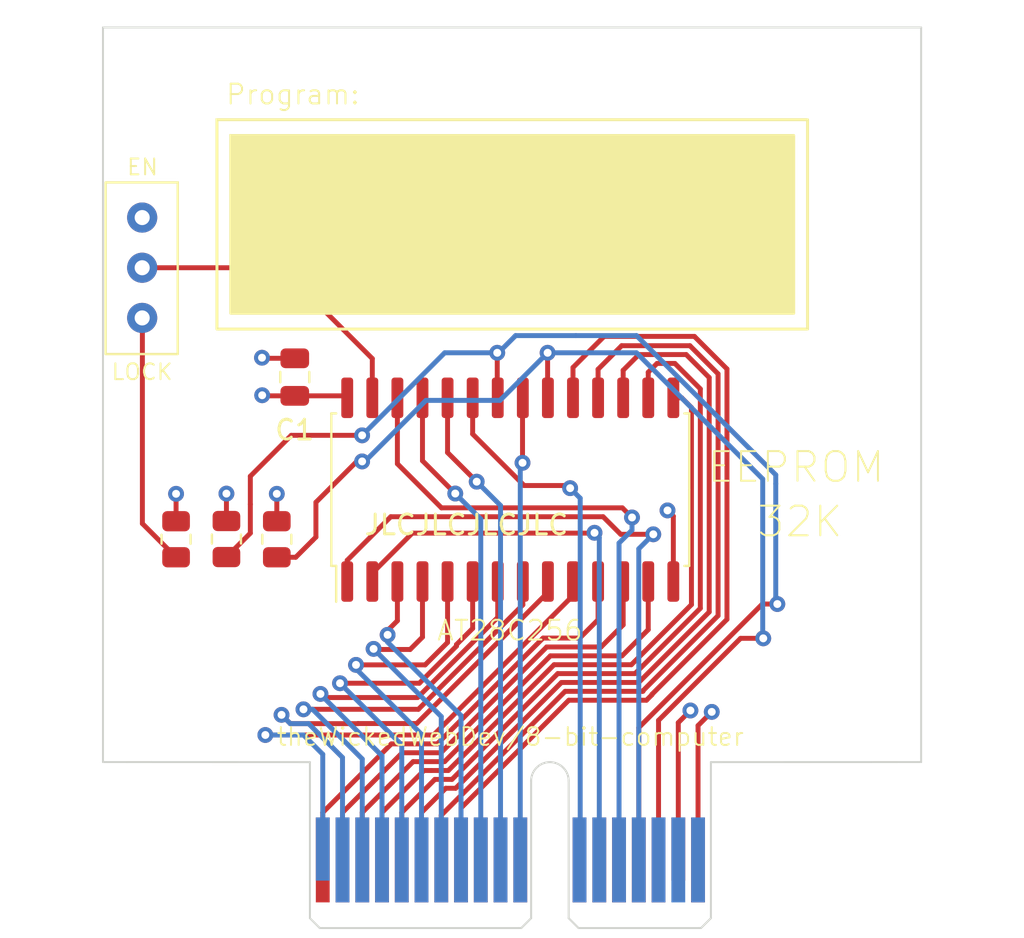
<source format=kicad_pcb>
(kicad_pcb (version 20211014) (generator pcbnew)
  (layers (0 "F.Cu" signal) (1 "In1.Cu" signal) (2 "In2.Cu" signal) (31 "B.Cu" signal) (34 "B.Paste" user) (35 "F.Paste" user) (36 "B.SilkS" user "B.Silkscreen") (37 "F.SilkS" user "F.Silkscreen") (38 "B.Mask" user) (39 "F.Mask" user) (44 "Edge.Cuts" user))
  (net 0 "")
  (net 1 "/D0")
  (net 2 "/D1")
  (net 3 "/D2")
  (net 4 "/D3")
  (net 5 "/D4")
  (net 6 "/D5")
  (net 7 "/D6")
  (net 8 "/D7")
  (net 9 "VCC")
  (net 10 "GND")
  (net 11 "/~{EN}")
  (net 12 "/~{READ}")
  (net 13 "/A14")
  (net 14 "/A12")
  (net 15 "/A7")
  (net 16 "/A6")
  (net 17 "/A5")
  (net 18 "/A4")
  (net 19 "/A3")
  (net 20 "/A2")
  (net 21 "/A1")
  (net 22 "/A0")
  (net 23 "/A10")
  (net 24 "/A11")
  (net 25 "/A9")
  (net 26 "/A8")
  (net 27 "/A13")
  (net 28 "/~{WE}")
  (net 29 "/A15")
  (net 30 "/~{WRITE}")
  (net 39 "Net-(SW1-Pad2)")
  (footprint "Resistor_SMD:R_0805_2012Metric" (layer "F.Cu") (at 104.08 107.21 90)
    (fp_text reference "R3" hide)
    (fp_text value "R_Small_US")
    (fp_line (start -0.227064 -0.735) (end 0.227064 -0.735) (layer "F.SilkS") (width 0.12))
    (fp_line (start -0.227064 0.735) (end 0.227064 0.735) (layer "F.SilkS") (width 0.12))
    (pad "1" smd roundrect locked (at -0.9125 0 90) (size 1.025 1.4) (layers "F.Cu" "F.Paste" "F.Mask") (roundrect_rratio 0.243902439) (net 30 "/~{WRITE}"))
    (pad "2" smd roundrect locked (at 0.9125 0 90) (size 1.025 1.4) (layers "F.Cu" "F.Paste" "F.Mask") (roundrect_rratio 0.243902439) (net 9 "VCC"))
  )
  (footprint "Stephenv6:spdt-slide-switch" (layer "F.Cu") (at 97.645 92.945 90)
    (fp_text reference "SW1" hide)
    (fp_text value "SW_DPDT_x2")
    (fp_rect (start 3.8 6.52) (end -4.89 2.87) (layer "F.SilkS") (width 0.12) (fill none))
    (pad "1" thru_hole circle (at -3.06 4.72 90) (size 1.524 1.524) (drill 0.762) (layers *.Cu *.Mask) (net 30 "/~{WRITE}"))
    (pad "2" thru_hole circle (at -0.52 4.72 90) (size 1.524 1.524) (drill 0.762) (layers *.Cu *.Mask) (net 39 "Net-(SW1-Pad2)"))
    (pad "3" thru_hole circle (at 2.02 4.72 90) (size 1.524 1.524) (drill 0.762) (layers *.Cu *.Mask))
  )
  (footprint "Capacitor_SMD:C_0805_2012Metric" (layer "F.Cu") (at 110.09 99 90)
    (fp_text reference "C1" (at -2.68 -0.01 180) (layer "F.SilkS"))
    (fp_text value "C")
    (fp_line (start -0.261252 0.735) (end 0.261252 0.735) (layer "F.SilkS") (width 0.12))
    (fp_line (start -0.261252 -0.735) (end 0.261252 -0.735) (layer "F.SilkS") (width 0.12))
    (pad "1" smd roundrect locked (at -0.95 0 90) (size 1 1.45) (layers "F.Cu" "F.Paste" "F.Mask") (net 9 "VCC"))
    (pad "2" smd roundrect locked (at 0.95 0 90) (size 1 1.45) (layers "F.Cu" "F.Paste" "F.Mask") (net 10 "GND"))
  )
  (footprint "Resistor_SMD:R_0805_2012Metric" (layer "F.Cu") (at 106.63 107.2 90)
    (fp_text reference "R2" hide)
    (fp_text value "R_Small_US")
    (fp_line (start -0.227064 0.735) (end 0.227064 0.735) (layer "F.SilkS") (width 0.12))
    (fp_line (start -0.227064 -0.735) (end 0.227064 -0.735) (layer "F.SilkS") (width 0.12))
    (pad "1" smd roundrect locked (at -0.9125 0 90) (size 1.025 1.4) (layers "F.Cu" "F.Paste" "F.Mask") (roundrect_rratio 0.243902439) (net 12 "/~{READ}"))
    (pad "2" smd roundrect locked (at 0.9125 0 90) (size 1.025 1.4) (layers "F.Cu" "F.Paste" "F.Mask") (roundrect_rratio 0.243902439) (net 9 "VCC"))
  )
  (footprint "MountingHole:MountingHole_2.5mm" (layer "F.Cu") (at 138.96 84.15)
    (fp_text reference "REF**" hide)
    (fp_text value "MountingHole_2.5mm")
    (pad "" np_thru_hole circle locked (at 0 0) (size 2.5 2.5) (drill 2.5) (layers *.Cu *.Mask))
  )
  (footprint "MountingHole:MountingHole_2.5mm" (layer "F.Cu") (at 138.94 115.56)
    (fp_text reference "REF**" hide)
    (fp_text value "MountingHole_2.5mm")
    (pad "" np_thru_hole circle locked (at 0 0) (size 2.5 2.5) (drill 2.5) (layers *.Cu *.Mask))
  )
  (footprint "Connector_PCBEdge:BUS_PCIexpress_x1" (layer "F.Cu") (at 111.506 123.444)
    (fp_text reference "J1" hide)
    (fp_text value "PCIE-Edge-Connect-036-02-X-D-RA_1")
    (fp_line (start 12.45 2.95) (end 12.95 3.45) (layer "Edge.Cuts") (width 0.1))
    (fp_line (start 12.45 -4) (end 12.45 2.95) (layer "Edge.Cuts") (width 0.1))
    (fp_line (start 12.95 3.45) (end 19.15 3.45) (layer "Edge.Cuts") (width 0.1))
    (fp_line (start 10.55 -4) (end 10.55 2.95) (layer "Edge.Cuts") (width 0.1))
    (fp_line (start 19.65 2.95) (end 19.15 3.45) (layer "Edge.Cuts") (width 0.1))
    (fp_line (start -0.15 3.45) (end 10.05 3.45) (layer "Edge.Cuts") (width 0.1))
    (fp_line (start -0.65 -4.95) (end -0.65 2.95) (layer "Edge.Cuts") (width 0.1))
    (fp_line (start -0.65 2.95) (end -0.15 3.45) (layer "Edge.Cuts") (width 0.1))
    (fp_line (start 19.65 -4.95) (end 19.65 2.95) (layer "Edge.Cuts") (width 0.1))
    (fp_line (start 10.55 2.95) (end 10.05 3.45) (layer "Edge.Cuts") (width 0.1))
    (fp_arc (start 10.55 -4) (mid 11.5 -4.95) (end 12.45 -4) (layer "Edge.Cuts") (width 0.1))
    (pad "A1" connect rect locked (at 0 -0.55) (size 0.7 3.2) (layers "B.Cu" "B.Mask") (net 22 "/A0"))
    (pad "A2" connect rect locked (at 1 0) (size 0.7 4.3) (layers "B.Cu" "B.Mask") (net 21 "/A1"))
    (pad "A3" connect rect locked (at 2 0) (size 0.7 4.3) (layers "B.Cu" "B.Mask") (net 20 "/A2"))
    (pad "A4" connect rect locked (at 3 0) (size 0.7 4.3) (layers "B.Cu" "B.Mask") (net 19 "/A3"))
    (pad "A5" connect rect locked (at 4 0) (size 0.7 4.3) (layers "B.Cu" "B.Mask") (net 18 "/A4"))
    (pad "A6" connect rect locked (at 5 0) (size 0.7 4.3) (layers "B.Cu" "B.Mask") (net 17 "/A5"))
    (pad "A7" connect rect locked (at 6 0) (size 0.7 4.3) (layers "B.Cu" "B.Mask") (net 16 "/A6"))
    (pad "A8" connect rect locked (at 7 0) (size 0.7 4.3) (layers "B.Cu" "B.Mask") (net 15 "/A7"))
    (pad "A9" connect rect locked (at 8 0) (size 0.7 4.3) (layers "B.Cu" "B.Mask") (net 26 "/A8"))
    (pad "A10" connect rect locked (at 9 0) (size 0.7 4.3) (layers "B.Cu" "B.Mask") (net 25 "/A9"))
    (pad "A11" connect rect locked (at 10 0) (size 0.7 4.3) (layers "B.Cu" "B.Mask") (net 23 "/A10"))
    (pad "A12" connect rect locked (at 13 0) (size 0.7 4.3) (layers "B.Cu" "B.Mask") (net 24 "/A11"))
    (pad "A13" connect rect locked (at 14 0) (size 0.7 4.3) (layers "B.Cu" "B.Mask") (net 14 "/A12"))
    (pad "A14" connect rect locked (at 15 0) (size 0.7 4.3) (layers "B.Cu" "B.Mask") (net 27 "/A13"))
    (pad "A15" connect rect locked (at 16 0) (size 0.7 4.3) (layers "B.Cu" "B.Mask") (net 13 "/A14"))
    (pad "A16" connect rect locked (at 17 0) (size 0.7 4.3) (layers "B.Cu" "B.Mask") (net 29 "/A15"))
    (pad "A17" connect rect locked (at 18 0) (size 0.7 4.3) (layers "B.Cu" "B.Mask"))
    (pad "A18" connect rect locked (at 19 0) (size 0.7 4.3) (layers "B.Cu" "B.Mask"))
    (pad "B1" connect rect locked (at 0 0) (size 0.7 4.3) (layers "F.Cu" "F.Mask") (net 1 "/D0"))
    (pad "B2" connect rect locked (at 1 0) (size 0.7 4.3) (layers "F.Cu" "F.Mask") (net 2 "/D1"))
    (pad "B3" connect rect locked (at 2 0) (size 0.7 4.3) (layers "F.Cu" "F.Mask") (net 3 "/D2"))
    (pad "B4" connect rect locked (at 3 0) (size 0.7 4.3) (layers "F.Cu" "F.Mask") (net 4 "/D3"))
    (pad "B5" connect rect locked (at 4 0) (size 0.7 4.3) (layers "F.Cu" "F.Mask") (net 5 "/D4"))
    (pad "B6" connect rect locked (at 5 0) (size 0.7 4.3) (layers "F.Cu" "F.Mask") (net 6 "/D5"))
    (pad "B7" connect rect locked (at 6 0) (size 0.7 4.3) (layers "F.Cu" "F.Mask") (net 7 "/D6"))
    (pad "B8" connect rect locked (at 7 0) (size 0.7 4.3) (layers "F.Cu" "F.Mask") (net 8 "/D7"))
    (pad "B9" connect rect locked (at 8 0) (size 0.7 4.3) (layers "F.Cu" "F.Mask"))
    (pad "B10" connect rect locked (at 9 0) (size 0.7 4.3) (layers "F.Cu" "F.Mask"))
    (pad "B11" connect rect locked (at 10 0) (size 0.7 4.3) (layers "F.Cu" "F.Mask"))
    (pad "B12" connect rect locked (at 13 0) (size 0.7 4.3) (layers "F.Cu" "F.Mask"))
    (pad "B13" connect rect locked (at 14 0) (size 0.7 4.3) (layers "F.Cu" "F.Mask"))
    (pad "B14" connect rect locked (at 15 0) (size 0.7 4.3) (layers "F.Cu" "F.Mask") (net 28 "/~{WE}"))
    (pad "B15" connect rect locked (at 16 0) (size 0.7 4.3) (layers "F.Cu" "F.Mask") (net 12 "/~{READ}"))
    (pad "B16" connect rect locked (at 17 0) (size 0.7 4.3) (layers "F.Cu" "F.Mask") (net 11 "/~{EN}"))
    (pad "B17" connect rect locked (at 18 -0.55) (size 0.7 3.2) (layers "F.Cu" "F.Mask") (net 10 "GND"))
    (pad "B18" connect rect locked (at 19 0) (size 0.7 4.3) (layers "F.Cu" "F.Mask") (net 9 "VCC"))
  )
  (footprint "MountingHole:MountingHole_2.5mm" (layer "F.Cu") (at 103.3 115.5)
    (fp_text reference "REF**" hide)
    (fp_text value "MountingHole_2.5mm")
    (pad "" np_thru_hole circle locked (at 0 0) (size 2.5 2.5) (drill 2.5) (layers *.Cu *.Mask))
  )
  (footprint "MountingHole:MountingHole_2.5mm" (layer "F.Cu") (at 103.22 84.15)
    (fp_text reference "REF**" hide)
    (fp_text value "MountingHole_2.5mm")
    (pad "" np_thru_hole circle locked (at 0 0) (size 2.5 2.5) (drill 2.5) (layers *.Cu *.Mask))
  )
  (footprint "Resistor_SMD:R_0805_2012Metric" (layer "F.Cu") (at 109.18 107.21 90)
    (fp_text reference "R1" hide)
    (fp_text value "R_Small_US")
    (fp_line (start -0.227064 -0.735) (end 0.227064 -0.735) (layer "F.SilkS") (width 0.12))
    (fp_line (start -0.227064 0.735) (end 0.227064 0.735) (layer "F.SilkS") (width 0.12))
    (pad "1" smd roundrect locked (at -0.9125 0 90) (size 1.025 1.4) (layers "F.Cu" "F.Paste" "F.Mask") (roundrect_rratio 0.243902439) (net 11 "/~{EN}"))
    (pad "2" smd roundrect locked (at 0.9125 0 90) (size 1.025 1.4) (layers "F.Cu" "F.Paste" "F.Mask") (roundrect_rratio 0.243902439) (net 9 "VCC"))
  )
  (footprint "Package_SO:SOIC-28W_7.5x17.9mm_P1.27mm" (layer "F.Cu") (at 121 104.7 90)
    (fp_text reference "U1" hide)
    (fp_text value "28C256")
    (fp_text user "AT28C256" (at -7.13 -0.02 unlocked) (layer "F.SilkS") (effects (font (thickness 0.1))))
    (fp_text user "32K" (at -1.62 14.66 unlocked) (layer "F.SilkS") (effects (font (size 1.5 1.5) (thickness 0.1))))
    (fp_text user "EEPROM" (at 1.14 14.47 unlocked) (layer "F.SilkS") (effects (font (size 1.5 1.5) (thickness 0.1))))
    (fp_line (start 0 9.06) (end 3.86 9.06) (layer "F.SilkS") (width 0.12))
    (fp_line (start 3.86 9.06) (end 3.86 8.815) (layer "F.SilkS") (width 0.12))
    (fp_line (start 0 -9.06) (end -3.86 -9.06) (layer "F.SilkS") (width 0.12))
    (fp_line (start 3.86 -9.06) (end 3.86 -8.815) (layer "F.SilkS") (width 0.12))
    (fp_line (start 0 -9.06) (end 3.86 -9.06) (layer "F.SilkS") (width 0.12))
    (fp_line (start -3.86 -9.06) (end -3.86 -8.815) (layer "F.SilkS") (width 0.12))
    (fp_line (start -3.86 9.06) (end -3.86 8.815) (layer "F.SilkS") (width 0.12))
    (fp_line (start 0 9.06) (end -3.86 9.06) (layer "F.SilkS") (width 0.12))
    (fp_line (start -3.86 -8.815) (end -5.675 -8.815) (layer "F.SilkS") (width 0.12))
    (pad "1" smd roundrect locked (at -4.65 -8.255 90) (size 2.05 0.6) (layers "F.Cu" "F.Paste" "F.Mask") (net 13 "/A14"))
    (pad "2" smd roundrect locked (at -4.65 -6.985 90) (size 2.05 0.6) (layers "F.Cu" "F.Paste" "F.Mask") (net 14 "/A12"))
    (pad "3" smd roundrect locked (at -4.65 -5.715 90) (size 2.05 0.6) (layers "F.Cu" "F.Paste" "F.Mask") (net 15 "/A7"))
    (pad "4" smd roundrect locked (at -4.65 -4.445 90) (size 2.05 0.6) (layers "F.Cu" "F.Paste" "F.Mask") (net 16 "/A6"))
    (pad "5" smd roundrect locked (at -4.65 -3.175 90) (size 2.05 0.6) (layers "F.Cu" "F.Paste" "F.Mask") (net 17 "/A5"))
    (pad "6" smd roundrect locked (at -4.65 -1.905 90) (size 2.05 0.6) (layers "F.Cu" "F.Paste" "F.Mask") (net 18 "/A4"))
    (pad "7" smd roundrect locked (at -4.65 -0.635 90) (size 2.05 0.6) (layers "F.Cu" "F.Paste" "F.Mask") (net 19 "/A3"))
    (pad "8" smd roundrect locked (at -4.65 0.635 90) (size 2.05 0.6) (layers "F.Cu" "F.Paste" "F.Mask") (net 20 "/A2"))
    (pad "9" smd roundrect locked (at -4.65 1.905 90) (size 2.05 0.6) (layers "F.Cu" "F.Paste" "F.Mask") (net 21 "/A1"))
    (pad "10" smd roundrect locked (at -4.65 3.175 90) (size 2.05 0.6) (layers "F.Cu" "F.Paste" "F.Mask") (net 22 "/A0"))
    (pad "11" smd roundrect locked (at -4.65 4.445 90) (size 2.05 0.6) (layers "F.Cu" "F.Paste" "F.Mask") (net 1 "/D0"))
    (pad "12" smd roundrect locked (at -4.65 5.715 90) (size 2.05 0.6) (layers "F.Cu" "F.Paste" "F.Mask") (net 2 "/D1"))
    (pad "13" smd roundrect locked (at -4.65 6.985 90) (size 2.05 0.6) (layers "F.Cu" "F.Paste" "F.Mask") (net 3 "/D2"))
    (pad "14" smd roundrect locked (at -4.65 8.255 90) (size 2.05 0.6) (layers "F.Cu" "F.Paste" "F.Mask") (net 10 "GND"))
    (pad "15" smd roundrect locked (at 4.65 8.255 90) (size 2.05 0.6) (layers "F.Cu" "F.Paste" "F.Mask") (net 4 "/D3"))
    (pad "16" smd roundrect locked (at 4.65 6.985 90) (size 2.05 0.6) (layers "F.Cu" "F.Paste" "F.Mask") (net 5 "/D4"))
    (pad "17" smd roundrect locked (at 4.65 5.715 90) (size 2.05 0.6) (layers "F.Cu" "F.Paste" "F.Mask") (net 6 "/D5"))
    (pad "18" smd roundrect locked (at 4.65 4.445 90) (size 2.05 0.6) (layers "F.Cu" "F.Paste" "F.Mask") (net 7 "/D6"))
    (pad "19" smd roundrect locked (at 4.65 3.175 90) (size 2.05 0.6) (layers "F.Cu" "F.Paste" "F.Mask") (net 8 "/D7"))
    (pad "20" smd roundrect locked (at 4.65 1.905 90) (size 2.05 0.6) (layers "F.Cu" "F.Paste" "F.Mask") (net 11 "/~{EN}"))
    (pad "21" smd roundrect locked (at 4.65 0.635 90) (size 2.05 0.6) (layers "F.Cu" "F.Paste" "F.Mask") (net 23 "/A10"))
    (pad "22" smd roundrect locked (at 4.65 -0.635 90) (size 2.05 0.6) (layers "F.Cu" "F.Paste" "F.Mask") (net 12 "/~{READ}"))
    (pad "23" smd roundrect locked (at 4.65 -1.905 90) (size 2.05 0.6) (layers "F.Cu" "F.Paste" "F.Mask") (net 24 "/A11"))
    (pad "24" smd roundrect locked (at 4.65 -3.175 90) (size 2.05 0.6) (layers "F.Cu" "F.Paste" "F.Mask") (net 25 "/A9"))
    (pad "25" smd roundrect locked (at 4.65 -4.445 90) (size 2.05 0.6) (layers "F.Cu" "F.Paste" "F.Mask") (net 26 "/A8"))
    (pad "26" smd roundrect locked (at 4.65 -5.715 90) (size 2.05 0.6) (layers "F.Cu" "F.Paste" "F.Mask") (net 27 "/A13"))
    (pad "27" smd roundrect locked (at 4.65 -6.985 90) (size 2.05 0.6) (layers "F.Cu" "F.Paste" "F.Mask") (net 39 "Net-(SW1-Pad2)"))
    (pad "28" smd roundrect locked (at 4.65 -8.255 90) (size 2.05 0.6) (layers "F.Cu" "F.Paste" "F.Mask") (net 9 "VCC"))
  )
  (gr_rect (start 106.15 85.97) (end 136.05 96.57) (layer "F.SilkS") (width 0.15) (fill none))
  (gr_rect (start 106.85 86.77) (end 135.35 95.77) (layer "F.SilkS") (width 0.15) (fill solid))
  (gr_line (start 100.38 118.49) (end 100.38 81.3) (layer "Edge.Cuts") (width 0.1))
  (gr_line (start 100.38 81.3) (end 141.8 81.3) (layer "Edge.Cuts") (width 0.1))
  (gr_line (start 110.856 118.494) (end 100.38 118.49) (layer "Edge.Cuts") (width 0.1))
  (gr_line (start 131.156 118.494) (end 141.8 118.49) (layer "Edge.Cuts") (width 0.1))
  (gr_line (start 141.8 118.49) (end 141.8 81.3) (layer "Edge.Cuts") (width 0.1))
  (gr_text "Program:" (at 109.99 84.69) (layer "F.SilkS") (effects (font (size 1 1) (thickness 0.1))))
  (gr_text "EN" (at 102.38 88.37) (layer "F.SilkS") (effects (font (size 0.8 0.8) (thickness 0.1))))
  (gr_text "LOCK" (at 102.36 98.74) (layer "F.SilkS") (effects (font (size 0.8 0.8) (thickness 0.1))))
  (gr_text "JLCJLCJLCJLC" (at 118.78 106.48) (layer "F.SilkS") (effects (font (size 1 1))))
  (gr_text "theWickedWebDev/8-bit-computer" (at 121 117.21) (layer "F.SilkS") (effects (font (size 0.9 0.9) (thickness 0.1))))
  (segment (start 122.659389 112.213427) (end 117.303307 117.569509) (width 0.25) (layer "F.Cu") (net 1))
  (segment (start 114.980489 117.569511) (end 111.506 121.044) (width 0.25) (layer "F.Cu") (net 1))
  (segment (start 125.445 109.35) (end 125.445 111.285) (width 0.25) (layer "F.Cu") (net 1))
  (segment (start 111.506 121.044) (end 111.506 123.444) (width 0.25) (layer "F.Cu") (net 1))
  (segment (start 125.445 111.285) (end 124.516575 112.213425) (width 0.25) (layer "F.Cu") (net 1))
  (segment (start 117.303307 117.569509) (end 114.980489 117.569511) (width 0.25) (layer "F.Cu") (net 1))
  (segment (start 124.516575 112.213425) (end 122.659389 112.213427) (width 0.25) (layer "F.Cu") (net 1))
  (segment (start 126.715 111.545) (end 125.597065 112.662935) (width 0.25) (layer "F.Cu") (net 2))
  (segment (start 122.845583 112.662937) (end 117.4895 118.01902) (width 0.25) (layer "F.Cu") (net 2))
  (segment (start 126.715 109.35) (end 126.715 111.545) (width 0.25) (layer "F.Cu") (net 2))
  (segment (start 117.4895 118.01902) (end 115.530978 118.019022) (width 0.25) (layer "F.Cu") (net 2))
  (segment (start 112.506 121.044) (end 112.506 123.444) (width 0.25) (layer "F.Cu") (net 2))
  (segment (start 125.597065 112.662935) (end 122.845583 112.662937) (width 0.25) (layer "F.Cu") (net 2))
  (segment (start 115.530978 118.019022) (end 112.506 121.044) (width 0.25) (layer "F.Cu") (net 2))
  (segment (start 117.675693 118.468531) (end 116.081468 118.468532) (width 0.25) (layer "F.Cu") (net 3))
  (segment (start 123.031777 113.112447) (end 117.675693 118.468531) (width 0.25) (layer "F.Cu") (net 3))
  (segment (start 116.081468 118.468532) (end 113.506 121.044) (width 0.25) (layer "F.Cu") (net 3))
  (segment (start 127.985 109.35) (end 127.985 111.785) (width 0.25) (layer "F.Cu") (net 3))
  (segment (start 113.506 121.044) (end 113.506 123.444) (width 0.25) (layer "F.Cu") (net 3))
  (segment (start 127.985 111.785) (end 126.657554 113.112446) (width 0.25) (layer "F.Cu") (net 3))
  (segment (start 126.657554 113.112446) (end 123.031777 113.112447) (width 0.25) (layer "F.Cu") (net 3))
  (segment (start 116.996253 118.918043) (end 116.996255 118.918041) (width 0.25) (layer "F.Cu") (net 4))
  (segment (start 127.129523 113.561957) (end 130.171956 110.519524) (width 0.25) (layer "F.Cu") (net 4))
  (segment (start 114.506 121.044) (end 116.631957 118.918043) (width 0.25) (layer "F.Cu") (net 4))
  (segment (start 129.68 100.05) (end 129.255 100.05) (width 0.25) (layer "F.Cu") (net 4))
  (segment (start 117.861885 118.918043) (end 123.217971 113.561957) (width 0.25) (layer "F.Cu") (net 4))
  (segment (start 123.217971 113.561957) (end 127.129523 113.561957) (width 0.25) (layer "F.Cu") (net 4))
  (segment (start 130.171956 100.541956) (end 129.68 100.05) (width 0.25) (layer "F.Cu") (net 4))
  (segment (start 114.506 123.444) (end 114.506 121.044) (width 0.25) (layer "F.Cu") (net 4))
  (segment (start 116.631957 118.918043) (end 116.996253 118.918043) (width 0.25) (layer "F.Cu") (net 4))
  (segment (start 116.996255 118.918041) (end 117.861885 118.918043) (width 0.25) (layer "F.Cu") (net 4))
  (segment (start 130.171956 110.519524) (end 130.171956 100.541956) (width 0.25) (layer "F.Cu") (net 4))
  (segment (start 128.43 98.31) (end 127.985 98.755) (width 0.25) (layer "F.Cu") (net 5))
  (segment (start 117.182448 119.367552) (end 118.048079 119.367553) (width 0.25) (layer "F.Cu") (net 5))
  (segment (start 123.404164 114.011468) (end 127.315716 114.011468) (width 0.25) (layer "F.Cu") (net 5))
  (segment (start 127.315716 114.011468) (end 130.621467 110.705717) (width 0.25) (layer "F.Cu") (net 5))
  (segment (start 129.332382 98.310002) (end 128.43 98.31) (width 0.25) (layer "F.Cu") (net 5))
  (segment (start 118.048079 119.367553) (end 123.404164 114.011468) (width 0.25) (layer "F.Cu") (net 5))
  (segment (start 127.985 98.755) (end 127.985 100.05) (width 0.25) (layer "F.Cu") (net 5))
  (segment (start 130.621467 99.599087) (end 129.332382 98.310002) (width 0.25) (layer "F.Cu") (net 5))
  (segment (start 115.506 123.444) (end 115.506 121.044) (width 0.25) (layer "F.Cu") (net 5))
  (segment (start 130.621467 110.705717) (end 130.621467 99.599087) (width 0.25) (layer "F.Cu") (net 5))
  (segment (start 115.506 121.044) (end 117.182448 119.367552) (width 0.25) (layer "F.Cu") (net 5))
  (segment (start 126.715 100.05) (end 126.715 98.655) (width 0.25) (layer "F.Cu") (net 6))
  (segment (start 129.906195 97.860491) (end 131.070978 99.025274) (width 0.25) (layer "F.Cu") (net 6))
  (segment (start 131.070978 99.025274) (end 131.070978 110.89191) (width 0.25) (layer "F.Cu") (net 6))
  (segment (start 123.590357 114.460979) (end 118.234272 119.817064) (width 0.25) (layer "F.Cu") (net 6))
  (segment (start 127.50951 97.86049) (end 129.906195 97.860491) (width 0.25) (layer "F.Cu") (net 6))
  (segment (start 127.501909 114.460979) (end 123.590357 114.460979) (width 0.25) (layer "F.Cu") (net 6))
  (segment (start 117.732937 119.817063) (end 116.506 121.044) (width 0.25) (layer "F.Cu") (net 6))
  (segment (start 116.506 121.044) (end 116.506 123.444) (width 0.25) (layer "F.Cu") (net 6))
  (segment (start 131.070978 110.89191) (end 127.501909 114.460979) (width 0.25) (layer "F.Cu") (net 6))
  (segment (start 118.234272 119.817064) (end 117.732937 119.817063) (width 0.25) (layer "F.Cu") (net 6))
  (segment (start 126.715 98.655) (end 127.50951 97.86049) (width 0.25) (layer "F.Cu") (net 6))
  (segment (start 131.520489 98.839081) (end 130.092387 97.410979) (width 0.25) (layer "F.Cu") (net 7))
  (segment (start 125.445 98.605) (end 125.445 100.05) (width 0.25) (layer "F.Cu") (net 7))
  (segment (start 127.720978 114.897614) (end 127.720979 114.877613) (width 0.25) (layer "F.Cu") (net 7))
  (segment (start 131.520489 111.078103) (end 131.520489 98.839081) (width 0.25) (layer "F.Cu") (net 7))
  (segment (start 126.639021 97.410979) (end 125.445 98.605) (width 0.25) (layer "F.Cu") (net 7))
  (segment (start 123.776551 114.910489) (end 127.708103 114.910489) (width 0.25) (layer "F.Cu") (net 7))
  (segment (start 127.708103 114.910489) (end 127.720978 114.897614) (width 0.25) (layer "F.Cu") (net 7))
  (segment (start 127.720979 114.877613) (end 131.520489 111.078103) (width 0.25) (layer "F.Cu") (net 7))
  (segment (start 117.506 121.18104) (end 123.776551 114.910489) (width 0.25) (layer "F.Cu") (net 7))
  (segment (start 117.506 123.444) (end 117.506 121.18104) (width 0.25) (layer "F.Cu") (net 7))
  (segment (start 130.092387 97.410979) (end 126.639021 97.410979) (width 0.25) (layer "F.Cu") (net 7))
  (segment (start 130.32 96.94) (end 131.97 98.59) (width 0.25) (layer "F.Cu") (net 8))
  (segment (start 131.97 111.264296) (end 128.170489 115.063807) (width 0.25) (layer "F.Cu") (net 8))
  (segment (start 127.894296 115.36) (end 123.962744 115.36) (width 0.25) (layer "F.Cu") (net 8))
  (segment (start 123.962744 115.36) (end 118.506 120.816744) (width 0.25) (layer "F.Cu") (net 8))
  (segment (start 124.175 100.05) (end 124.175 98.515) (width 0.25) (layer "F.Cu") (net 8))
  (segment (start 124.175 98.515) (end 125.75 96.94) (width 0.25) (layer "F.Cu") (net 8))
  (segment (start 125.75 96.94) (end 130.32 96.94) (width 0.25) (layer "F.Cu") (net 8))
  (segment (start 118.506 120.816744) (end 118.506 123.444) (width 0.25) (layer "F.Cu") (net 8))
  (segment (start 128.170489 115.063807) (end 128.170489 115.083807) (width 0.25) (layer "F.Cu") (net 8))
  (segment (start 128.170489 115.083807) (end 127.894296 115.36) (width 0.25) (layer "F.Cu") (net 8))
  (segment (start 131.97 98.59) (end 131.97 111.264296) (width 0.25) (layer "F.Cu") (net 8))
  (segment (start 106.63 106.2875) (end 106.63 104.9) (width 0.25) (layer "F.Cu") (net 9))
  (segment (start 109.18 106.2975) (end 109.18 104.91) (width 0.25) (layer "F.Cu") (net 9))
  (segment (start 130.506 116.644) (end 131.2 115.95) (width 0.25) (layer "F.Cu") (net 9))
  (segment (start 112.645 99.95) (end 112.745 100.05) (width 0.25) (layer "F.Cu") (net 9))
  (segment (start 110.09 99.95) (end 108.47 99.95) (width 0.25) (layer "F.Cu") (net 9))
  (segment (start 110.09 99.95) (end 112.645 99.95) (width 0.25) (layer "F.Cu") (net 9))
  (segment (start 104.08 106.2975) (end 104.08 104.91) (width 0.25) (layer "F.Cu") (net 9))
  (segment (start 108.47 99.95) (end 108.44 99.92) (width 0.25) (layer "F.Cu") (net 9))
  (segment (start 130.506 123.444) (end 130.506 116.644) (width 0.25) (layer "F.Cu") (net 9))
  (via (at 104.08 104.91) (size 0.8) (drill 0.4) (layers "F.Cu" "B.Cu") (net 9))
  (via (at 108.44 99.92) (size 0.8) (drill 0.4) (layers "F.Cu" "B.Cu") (net 9))
  (via (at 106.63 104.9) (size 0.8) (drill 0.4) (layers "F.Cu" "B.Cu") (net 9))
  (via (at 109.18 104.91) (size 0.8) (drill 0.4) (layers "F.Cu" "B.Cu") (net 9))
  (via (at 131.2 115.95) (size 0.8) (drill 0.4) (layers "F.Cu" "B.Cu") (net 9))
  (segment (start 129.506 122.894) (end 129.506 116.494) (width 0.25) (layer "F.Cu") (net 10))
  (segment (start 129.255 106.045) (end 128.96 105.75) (width 0.25) (layer "F.Cu") (net 10))
  (segment (start 129.506 116.494) (end 130.12 115.88) (width 0.25) (layer "F.Cu") (net 10))
  (segment (start 108.46 98.05) (end 108.43 98.02) (width 0.25) (layer "F.Cu") (net 10))
  (segment (start 129.255 109.35) (end 129.255 106.045) (width 0.25) (layer "F.Cu") (net 10))
  (segment (start 110.09 98.05) (end 108.46 98.05) (width 0.25) (layer "F.Cu") (net 10))
  (via (at 108.43 98.02) (size 0.8) (drill 0.4) (layers "F.Cu" "B.Cu") (net 10))
  (via (at 128.96 105.75) (size 0.8) (drill 0.4) (layers "F.Cu" "B.Cu") (net 10))
  (via (at 130.12 115.88) (size 0.8) (drill 0.4) (layers "F.Cu" "B.Cu") (net 10))
  (segment (start 111.16 105.34) (end 113.23 103.27) (width 0.25) (layer "F.Cu") (net 11))
  (segment (start 111.16 107.1) (end 111.16 105.34) (width 0.25) (layer "F.Cu") (net 11))
  (segment (start 132.658516 112.227188) (end 133.80741 112.227188) (width 0.25) (layer "F.Cu") (net 11))
  (segment (start 110.1375 108.1225) (end 110.98 107.28) (width 0.25) (layer "F.Cu") (net 11))
  (segment (start 122.89 97.77) (end 122.89 100.035) (width 0.25) (layer "F.Cu") (net 11))
  (segment (start 113.23 103.27) (end 113.5 103.27) (width 0.25) (layer "F.Cu") (net 11))
  (segment (start 128.506 123.444) (end 128.506 116.379704) (width 0.25) (layer "F.Cu") (net 11))
  (segment (start 128.506 116.379704) (end 132.658516 112.227188) (width 0.25) (layer "F.Cu") (net 11))
  (segment (start 122.89 100.035) (end 122.905 100.05) (width 0.25) (layer "F.Cu") (net 11))
  (segment (start 110.98 107.28) (end 111.16 107.1) (width 0.25) (layer "F.Cu") (net 11))
  (segment (start 109.18 108.1225) (end 110.1375 108.1225) (width 0.25) (layer "F.Cu") (net 11))
  (via (at 113.5 103.27) (size 0.8) (drill 0.4) (layers "F.Cu" "B.Cu") (net 11))
  (via (at 122.89 97.77) (size 0.8) (drill 0.4) (layers "F.Cu" "B.Cu") (net 11))
  (via (at 133.80741 112.227188) (size 0.8) (drill 0.4) (layers "F.Cu" "B.Cu") (net 11))
  (segment (start 113.5 103.27) (end 113.64 103.27) (width 0.25) (layer "B.Cu") (net 11))
  (segment (start 133.78 112.199778) (end 133.80741 112.227188) (width 0.25) (layer "B.Cu") (net 11))
  (segment (start 113.64 103.27) (end 116.73 100.18) (width 0.25) (layer "B.Cu") (net 11))
  (segment (start 120.48 100.18) (end 122.89 97.77) (width 0.25) (layer "B.Cu") (net 11))
  (segment (start 133.78 104.16) (end 133.78 112.199778) (width 0.25) (layer "B.Cu") (net 11))
  (segment (start 116.73 100.18) (end 120.48 100.18) (width 0.25) (layer "B.Cu") (net 11))
  (segment (start 122.89 97.77) (end 127.39 97.77) (width 0.25) (layer "B.Cu") (net 11))
  (segment (start 127.39 97.77) (end 133.78 104.16) (width 0.25) (layer "B.Cu") (net 11))
  (segment (start 107.84 104.02) (end 108.73 103.13) (width 0.25) (layer "F.Cu") (net 12))
  (segment (start 127.506 116.744) (end 127.506 123.444) (width 0.25) (layer "F.Cu") (net 12))
  (segment (start 108.73 103.13) (end 109.91 101.95) (width 0.25) (layer "F.Cu") (net 12))
  (segment (start 120.34 100.025) (end 120.365 100.05) (width 0.25) (layer "F.Cu") (net 12))
  (segment (start 120.34 97.77) (end 120.34 100.025) (width 0.25) (layer "F.Cu") (net 12))
  (segment (start 133.76 110.49) (end 127.506 116.744) (width 0.25) (layer "F.Cu") (net 12))
  (segment (start 107.84 105.44) (end 107.84 104.02) (width 0.25) (layer "F.Cu") (net 12))
  (segment (start 106.63 108.1125) (end 107.84 106.9025) (width 0.25) (layer "F.Cu") (net 12))
  (segment (start 109.91 101.95) (end 113.5 101.95) (width 0.25) (layer "F.Cu") (net 12))
  (segment (start 107.84 106.9025) (end 107.84 105.44) (width 0.25) (layer "F.Cu") (net 12))
  (segment (start 134.52 110.49) (end 133.76 110.49) (width 0.25) (layer "F.Cu") (net 12))
  (via (at 120.34 97.77) (size 0.8) (drill 0.4) (layers "F.Cu" "B.Cu") (net 12))
  (via (at 113.5 101.95) (size 0.8) (drill 0.4) (layers "F.Cu" "B.Cu") (net 12))
  (via (at 134.52 110.49) (size 0.8) (drill 0.4) (layers "F.Cu" "B.Cu") (net 12))
  (segment (start 128.33 97.84) (end 134.44 103.95) (width 0.25) (layer "B.Cu") (net 12))
  (segment (start 134.44 103.95) (end 134.44 104.4) (width 0.25) (layer "B.Cu") (net 12))
  (segment (start 134.52 110.21) (end 134.52 110.49) (width 0.25) (layer "B.Cu") (net 12))
  (segment (start 120.34 97.77) (end 120.4 97.77) (width 0.25) (layer "B.Cu") (net 12))
  (segment (start 124.32 96.9) (end 127.39 96.9) (width 0.25) (layer "B.Cu") (net 12))
  (segment (start 113.5 101.95) (end 117.68 97.77) (width 0.25) (layer "B.Cu") (net 12))
  (segment (start 127.39 96.9) (end 128.33 97.84) (width 0.25) (layer "B.Cu") (net 12))
  (segment (start 134.44 110.13) (end 134.45 110.14) (width 0.25) (layer "B.Cu") (net 12))
  (segment (start 121.27 96.9) (end 124.32 96.9) (width 0.25) (layer "B.Cu") (net 12))
  (segment (start 134.44 104.4) (end 134.44 110.13) (width 0.25) (layer "B.Cu") (net 12))
  (segment (start 134.45 110.14) (end 134.52 110.21) (width 0.25) (layer "B.Cu") (net 12))
  (segment (start 117.68 97.77) (end 120.34 97.77) (width 0.25) (layer "B.Cu") (net 12))
  (segment (start 121.22 96.95) (end 121.27 96.9) (width 0.25) (layer "B.Cu") (net 12))
  (segment (start 120.4 97.77) (end 121.22 96.95) (width 0.25) (layer "B.Cu") (net 12))
  (segment (start 112.745 108.275) (end 114.95 106.07) (width 0.25) (layer "F.Cu") (net 13))
  (segment (start 112.745 109.35) (end 112.745 108.275) (width 0.25) (layer "F.Cu") (net 13))
  (segment (start 126.59 106.96) (end 128.24 106.96) (width 0.25) (layer "F.Cu") (net 13))
  (segment (start 114.95 106.07) (end 125.7 106.07) (width 0.25) (layer "F.Cu") (net 13))
  (segment (start 125.7 106.07) (end 126.59 106.96) (width 0.25) (layer "F.Cu") (net 13))
  (via (at 128.24 106.96) (size 0.8) (drill 0.4) (layers "F.Cu" "B.Cu") (net 13))
  (segment (start 127.506 107.694) (end 127.506 123.444) (width 0.25) (layer "B.Cu") (net 13))
  (segment (start 128.24 106.96) (end 127.506 107.694) (width 0.25) (layer "B.Cu") (net 13))
  (segment (start 116.038928 106.9) (end 125.247083 106.9) (width 0.25) (layer "F.Cu") (net 14))
  (segment (start 125.247083 106.9) (end 125.2645 106.882583) (width 0.25) (layer "F.Cu") (net 14))
  (segment (start 114.015 109.35) (end 114.015 108.923928) (width 0.25) (layer "F.Cu") (net 14))
  (segment (start 114.015 108.923928) (end 116.038928 106.9) (width 0.25) (layer "F.Cu") (net 14))
  (via (at 125.2645 106.882583) (size 0.8) (drill 0.4) (layers "F.Cu" "B.Cu") (net 14))
  (segment (start 125.506 123.444) (end 125.506 107.124083) (width 0.25) (layer "B.Cu") (net 14))
  (segment (start 125.506 107.124083) (end 125.2645 106.882583) (width 0.25) (layer "B.Cu") (net 14))
  (segment (start 114.79 112.05) (end 114.79 111.83) (width 0.25) (layer "F.Cu") (net 15))
  (segment (start 114.79 111.83) (end 115.285 111.335) (width 0.25) (layer "F.Cu") (net 15))
  (segment (start 115.285 111.335) (end 115.285 109.35) (width 0.25) (layer "F.Cu") (net 15))
  (via (at 114.79 112.05) (size 0.8) (drill 0.4) (layers "F.Cu" "B.Cu") (net 15))
  (segment (start 117.56 115.19) (end 114.79 112.42) (width 0.25) (layer "B.Cu") (net 15))
  (segment (start 114.79 112.42) (end 114.79 112.05) (width 0.25) (layer "B.Cu") (net 15))
  (segment (start 118.506 116.136) (end 117.56 115.19) (width 0.25) (layer "B.Cu") (net 15))
  (segment (start 118.506 123.444) (end 118.506 116.136) (width 0.25) (layer "B.Cu") (net 15))
  (segment (start 116.555 112.165) (end 115.93 112.79) (width 0.25) (layer "F.Cu") (net 16))
  (segment (start 114.11 112.79) (end 114.08 112.76) (width 0.25) (layer "F.Cu") (net 16))
  (segment (start 115.93 112.79) (end 114.11 112.79) (width 0.25) (layer "F.Cu") (net 16))
  (segment (start 116.555 109.35) (end 116.555 112.165) (width 0.25) (layer "F.Cu") (net 16))
  (via (at 114.08 112.76) (size 0.8) (drill 0.4) (layers "F.Cu" "B.Cu") (net 16))
  (segment (start 117.506 116.186) (end 117.506 123.444) (width 0.25) (layer "B.Cu") (net 16))
  (segment (start 114.08 112.76) (end 117.506 116.186) (width 0.25) (layer "B.Cu") (net 16))
  (segment (start 116.69 113.57) (end 117.825 112.435) (width 0.25) (layer "F.Cu") (net 17))
  (segment (start 113.19 113.57) (end 116.69 113.57) (width 0.25) (layer "F.Cu") (net 17))
  (segment (start 117.825 112.435) (end 117.825 109.35) (width 0.25) (layer "F.Cu") (net 17))
  (via (at 113.19 113.57) (size 0.8) (drill 0.4) (layers "F.Cu" "B.Cu") (net 17))
  (segment (start 113.03 113.61) (end 113.07 113.57) (width 0.25) (layer "B.Cu") (net 17))
  (segment (start 116.506 123.444) (end 116.506 117.086) (width 0.25) (layer "B.Cu") (net 17))
  (segment (start 116.506 117.086) (end 113.03 113.61) (width 0.25) (layer "B.Cu") (net 17))
  (segment (start 113.07 113.57) (end 113.19 113.57) (width 0.25) (layer "B.Cu") (net 17))
  (segment (start 119.095 109.35) (end 119.095 111.725) (width 0.25) (layer "F.Cu") (net 18))
  (segment (start 119.095 111.725) (end 118.274511 112.545489) (width 0.25) (layer "F.Cu") (net 18))
  (segment (start 118.27451 112.621194) (end 116.395704 114.5) (width 0.25) (layer "F.Cu") (net 18))
  (segment (start 118.274511 112.545489) (end 118.27451 112.621194) (width 0.25) (layer "F.Cu") (net 18))
  (segment (start 116.395704 114.5) (end 112.38 114.5) (width 0.25) (layer "F.Cu") (net 18))
  (via (at 112.38 114.5) (size 0.8) (drill 0.4) (layers "F.Cu" "B.Cu") (net 18))
  (segment (start 112.38 114.5) (end 115.506 117.626) (width 0.25) (layer "B.Cu") (net 18))
  (segment (start 115.506 117.626) (end 115.506 123.444) (width 0.25) (layer "B.Cu") (net 18))
  (segment (start 111.574501 115.224501) (end 116.306911 115.224501) (width 0.25) (layer "F.Cu") (net 19))
  (segment (start 116.306911 115.224501) (end 120.365 111.166412) (width 0.25) (layer "F.Cu") (net 19))
  (segment (start 120.365 111.166412) (end 120.365 109.35) (width 0.25) (layer "F.Cu") (net 19))
  (segment (start 111.39 115.04) (end 111.574501 115.224501) (width 0.25) (layer "F.Cu") (net 19))
  (via (at 111.39 115.04) (size 0.8) (drill 0.4) (layers "F.Cu" "B.Cu") (net 19))
  (segment (start 114.506 123.444) (end 114.506 118.176) (width 0.25) (layer "B.Cu") (net 19))
  (segment (start 111.39 115.06) (end 111.39 115.04) (width 0.25) (layer "B.Cu") (net 19))
  (segment (start 112.04 115.71) (end 111.39 115.06) (width 0.25) (layer "B.Cu") (net 19))
  (segment (start 114.506 118.176) (end 112.04 115.71) (width 0.25) (layer "B.Cu") (net 19))
  (segment (start 121.635 110.532116) (end 116.347116 115.82) (width 0.25) (layer "F.Cu") (net 20))
  (segment (start 116.347116 115.82) (end 110.53 115.82) (width 0.25) (layer "F.Cu") (net 20))
  (segment (start 121.635 109.35) (end 121.635 110.532116) (width 0.25) (layer "F.Cu") (net 20))
  (via (at 110.53 115.82) (size 0.8) (drill 0.4) (layers "F.Cu" "B.Cu") (net 20))
  (segment (start 110.53 115.82) (end 110.99 115.82) (width 0.25) (layer "B.Cu") (net 20))
  (segment (start 110.99 115.82) (end 113.506 118.336) (width 0.25) (layer "B.Cu") (net 20))
  (segment (start 113.506 118.336) (end 113.506 123.444) (width 0.25) (layer "B.Cu") (net 20))
  (segment (start 109.864501 116.544501) (end 113.289795 116.544501) (width 0.25) (layer "F.Cu") (net 21))
  (segment (start 122.905 109.897816) (end 122.905 109.35) (width 0.25) (layer "F.Cu") (net 21))
  (segment (start 109.42 116.1) (end 109.864501 116.544501) (width 0.25) (layer "F.Cu") (net 21))
  (segment (start 116.262327 116.540489) (end 122.905 109.897816) (width 0.25) (layer "F.Cu") (net 21))
  (segment (start 113.289795 116.544501) (end 113.293807 116.540489) (width 0.25) (layer "F.Cu") (net 21))
  (segment (start 113.293807 116.540489) (end 116.262327 116.540489) (width 0.25) (layer "F.Cu") (net 21))
  (via (at 109.42 116.1) (size 0.8) (drill 0.4) (layers "F.Cu" "B.Cu") (net 21))
  (segment (start 112.506 123.444) (end 112.506 118.260402) (width 0.25) (layer "B.Cu") (net 21))
  (segment (start 112.506 118.260402) (end 110.790099 116.544501) (width 0.25) (layer "B.Cu") (net 21))
  (segment (start 110.790099 116.544501) (end 109.864501 116.544501) (width 0.25) (layer "B.Cu") (net 21))
  (segment (start 109.864501 116.544501) (end 109.42 116.1) (width 0.25) (layer "B.Cu") (net 21))
  (segment (start 117.117112 117.12) (end 108.6 117.12) (width 0.25) (layer "F.Cu") (net 22))
  (segment (start 124.175 109.35) (end 124.175 110.062112) (width 0.25) (layer "F.Cu") (net 22))
  (segment (start 124.175 110.062112) (end 117.117112 117.12) (width 0.25) (layer "F.Cu") (net 22))
  (via (at 108.6 117.12) (size 0.8) (drill 0.4) (layers "F.Cu" "B.Cu") (net 22))
  (segment (start 111.506 118.096) (end 111.506 122.894) (width 0.25) (layer "B.Cu") (net 22))
  (segment (start 110.53 117.12) (end 111.506 118.096) (width 0.25) (layer "B.Cu") (net 22))
  (segment (start 108.6 117.12) (end 110.53 117.12) (width 0.25) (layer "B.Cu") (net 22))
  (segment (start 121.635 100.05) (end 121.62 100.065) (width 0.25) (layer "F.Cu") (net 23))
  (segment (start 121.62 100.065) (end 121.62 103.34) (width 0.25) (layer "F.Cu") (net 23))
  (via (at 121.62 103.34) (size 0.8) (drill 0.4) (layers "F.Cu" "B.Cu") (net 23))
  (segment (start 121.506 103.454) (end 121.62 103.34) (width 0.25) (layer "B.Cu") (net 23))
  (segment (start 121.506 123.444) (end 121.506 103.454) (width 0.25) (layer "B.Cu") (net 23))
  (segment (start 121.702387 104.490979) (end 123.898741 104.490979) (width 0.25) (layer "F.Cu") (net 24))
  (segment (start 123.898741 104.490979) (end 124.031173 104.623411) (width 0.25) (layer "F.Cu") (net 24))
  (segment (start 119.095 100.05) (end 119.095 101.883592) (width 0.25) (layer "F.Cu") (net 24))
  (segment (start 119.095 101.883592) (end 121.702387 104.490979) (width 0.25) (layer "F.Cu") (net 24))
  (via (at 124.031173 104.623411) (size 0.8) (drill 0.4) (layers "F.Cu" "B.Cu") (net 24))
  (segment (start 124.506 123.444) (end 124.54 123.41) (width 0.25) (layer "B.Cu") (net 24))
  (segment (start 124.54 123.41) (end 124.54 105.132238) (width 0.25) (layer "B.Cu") (net 24))
  (segment (start 124.54 105.132238) (end 124.031173 104.623411) (width 0.25) (layer "B.Cu") (net 24))
  (segment (start 117.825 100.05) (end 117.825 102.820674) (width 0.25) (layer "F.Cu") (net 25))
  (segment (start 117.825 102.820674) (end 119.300316 104.29599) (width 0.25) (layer "F.Cu") (net 25))
  (via (at 119.300316 104.29599) (size 0.8) (drill 0.4) (layers "F.Cu" "B.Cu") (net 25))
  (segment (start 120.506 123.444) (end 120.506 105.501674) (width 0.25) (layer "B.Cu") (net 25))
  (segment (start 120.506 105.501674) (end 119.300316 104.29599) (width 0.25) (layer "B.Cu") (net 25))
  (segment (start 116.555 100.05) (end 116.555 103.236123) (width 0.25) (layer "F.Cu") (net 26))
  (segment (start 116.555 103.236123) (end 118.214866 104.895989) (width 0.25) (layer "F.Cu") (net 26))
  (via (at 118.214866 104.895989) (size 0.8) (drill 0.4) (layers "F.Cu" "B.Cu") (net 26))
  (segment (start 119.506 123.444) (end 119.506 106.187123) (width 0.25) (layer "B.Cu") (net 26))
  (segment (start 119.506 106.187123) (end 118.214866 104.895989) (width 0.25) (layer "B.Cu") (net 26))
  (segment (start 117.516193 105.620489) (end 126.675087 105.620489) (width 0.25) (layer "F.Cu") (net 27))
  (segment (start 126.675087 105.620489) (end 127.16259 106.107992) (width 0.25) (layer "F.Cu") (net 27))
  (segment (start 115.285 103.389296) (end 117.516193 105.620489) (width 0.25) (layer "F.Cu") (net 27))
  (segment (start 115.285 100.05) (end 115.285 103.389296) (width 0.25) (layer "F.Cu") (net 27))
  (via (at 127.16259 106.107992) (size 0.8) (drill 0.4) (layers "F.Cu" "B.Cu") (net 27))
  (segment (start 126.506 107.404) (end 127.16259 106.74741) (width 0.25) (layer "B.Cu") (net 27))
  (segment (start 126.506 123.444) (end 126.506 107.404) (width 0.25) (layer "B.Cu") (net 27))
  (segment (start 127.16259 106.74741) (end 127.16259 106.107992) (width 0.25) (layer "B.Cu") (net 27))
  (segment (start 102.375 106.4175) (end 102.375 95.535) (width 0.25) (layer "F.Cu") (net 30))
  (segment (start 104.08 108.1225) (end 102.375 106.4175) (width 0.25) (layer "F.Cu") (net 30))
  (segment (start 102.375 95.535) (end 102.23 95.39) (width 0.25) (layer "F.Cu") (net 30))
  (segment (start 102.845 93.465) (end 109.415 93.465) (width 0.25) (layer "F.Cu") (net 39))
  (segment (start 109.415 93.465) (end 114.015 98.065) (width 0.25) (layer "F.Cu") (net 39))
  (segment (start 114.015 98.065) (end 114.015 100.05) (width 0.25) (layer "F.Cu") (net 39))
)
</source>
